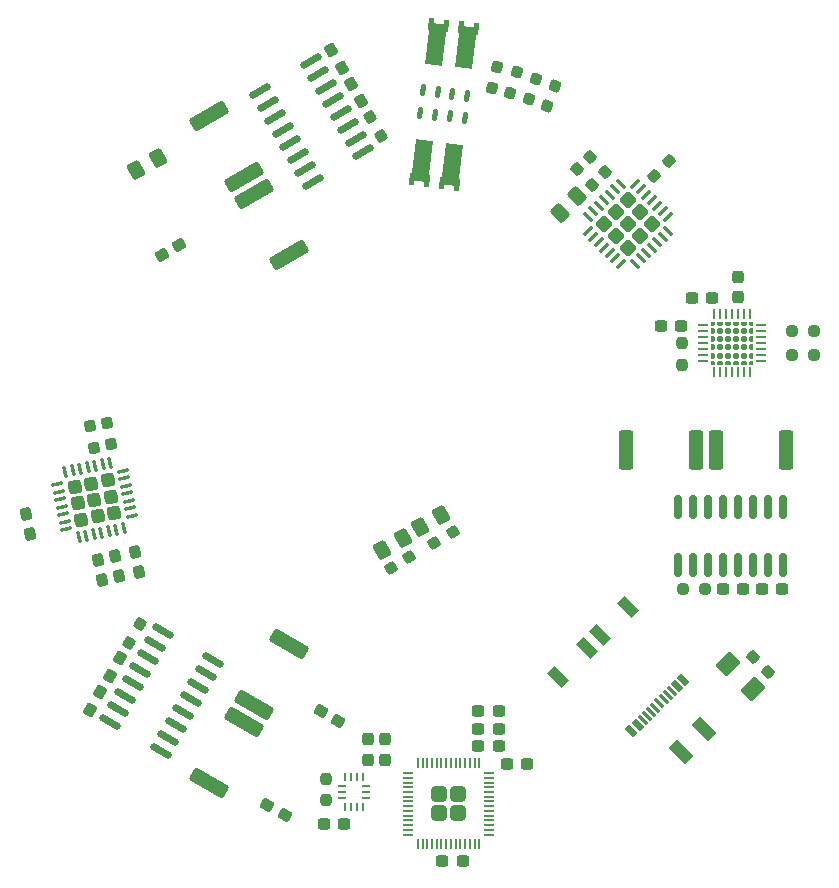
<source format=gtp>
G04 #@! TF.GenerationSoftware,KiCad,Pcbnew,8.0.1-rc1*
G04 #@! TF.CreationDate,2024-04-12T00:39:34-07:00*
G04 #@! TF.ProjectId,Toolhead Board,546f6f6c-6865-4616-9420-426f6172642e,1*
G04 #@! TF.SameCoordinates,Original*
G04 #@! TF.FileFunction,Paste,Top*
G04 #@! TF.FilePolarity,Positive*
%FSLAX46Y46*%
G04 Gerber Fmt 4.6, Leading zero omitted, Abs format (unit mm)*
G04 Created by KiCad (PCBNEW 8.0.1-rc1) date 2024-04-12 00:39:34*
%MOMM*%
%LPD*%
G01*
G04 APERTURE LIST*
G04 Aperture macros list*
%AMRoundRect*
0 Rectangle with rounded corners*
0 $1 Rounding radius*
0 $2 $3 $4 $5 $6 $7 $8 $9 X,Y pos of 4 corners*
0 Add a 4 corners polygon primitive as box body*
4,1,4,$2,$3,$4,$5,$6,$7,$8,$9,$2,$3,0*
0 Add four circle primitives for the rounded corners*
1,1,$1+$1,$2,$3*
1,1,$1+$1,$4,$5*
1,1,$1+$1,$6,$7*
1,1,$1+$1,$8,$9*
0 Add four rect primitives between the rounded corners*
20,1,$1+$1,$2,$3,$4,$5,0*
20,1,$1+$1,$4,$5,$6,$7,0*
20,1,$1+$1,$6,$7,$8,$9,0*
20,1,$1+$1,$8,$9,$2,$3,0*%
%AMRotRect*
0 Rectangle, with rotation*
0 The origin of the aperture is its center*
0 $1 length*
0 $2 width*
0 $3 Rotation angle, in degrees counterclockwise*
0 Add horizontal line*
21,1,$1,$2,0,0,$3*%
%AMFreePoly0*
4,1,21,0.512500,-0.225000,0.095943,-0.225000,0.097197,-1.050000,0.510000,-1.050000,0.510001,-1.500000,-0.515000,-1.500000,-0.515000,-1.347986,-3.302500,-1.349600,-3.322009,-1.347679,-3.358057,-1.332747,-3.385647,-1.305157,-3.400579,-1.269109,-3.402500,-0.005000,-3.400579,0.014509,-3.385647,0.050557,-3.358057,0.078147,-3.322009,0.093079,-0.512500,0.094704,-0.512500,0.225000,0.512500,0.225000,
0.512500,-0.225000,0.512500,-0.225000,$1*%
%AMFreePoly1*
4,1,19,0.152013,0.173193,0.186792,0.125324,0.191478,0.095739,0.191478,0.038978,0.173193,-0.017296,0.163437,-0.028720,0.028720,-0.163437,-0.024001,-0.190299,-0.038978,-0.191478,-0.095739,-0.191478,-0.152013,-0.173193,-0.186792,-0.125324,-0.191478,-0.095739,-0.191478,0.095739,-0.173193,0.152013,-0.125324,0.186792,-0.095739,0.191478,0.095739,0.191478,0.152013,0.173193,0.152013,0.173193,
$1*%
%AMFreePoly2*
4,1,21,0.039096,0.263894,0.050520,0.254137,0.163437,0.141219,0.190299,0.088498,0.191478,0.073522,0.191478,-0.073522,0.173193,-0.129796,0.163437,-0.141219,0.050520,-0.254137,-0.002201,-0.281000,-0.017178,-0.282179,-0.095739,-0.282179,-0.152013,-0.263894,-0.186792,-0.216025,-0.191478,-0.186440,-0.191478,0.186440,-0.173193,0.242714,-0.125324,0.277493,-0.095739,0.282179,-0.017178,0.282179,
0.039096,0.263894,0.039096,0.263894,$1*%
%AMFreePoly3*
4,1,19,0.017296,0.173193,0.028720,0.163437,0.163437,0.028720,0.190299,-0.024001,0.191478,-0.038978,0.191478,-0.095739,0.173193,-0.152013,0.125324,-0.186792,0.095739,-0.191478,-0.095739,-0.191478,-0.152013,-0.173193,-0.186792,-0.125324,-0.191478,-0.095739,-0.191478,0.095739,-0.173193,0.152013,-0.125324,0.186792,-0.095739,0.191478,-0.038978,0.191478,0.017296,0.173193,0.017296,0.173193,
$1*%
%AMFreePoly4*
4,1,21,0.242714,0.173193,0.277493,0.125324,0.282179,0.095739,0.282179,0.017178,0.263894,-0.039096,0.254137,-0.050520,0.141219,-0.163437,0.088498,-0.190299,0.073522,-0.191478,-0.073522,-0.191478,-0.129796,-0.173193,-0.141219,-0.163437,-0.254137,-0.050520,-0.281000,0.002201,-0.282179,0.017178,-0.282179,0.095739,-0.263894,0.152013,-0.216025,0.186792,-0.186440,0.191478,0.186440,0.191478,
0.242714,0.173193,0.242714,0.173193,$1*%
%AMFreePoly5*
4,1,25,0.153044,0.262299,0.165464,0.251692,0.251692,0.165464,0.280897,0.108147,0.282178,0.091864,0.282178,-0.091864,0.262299,-0.153044,0.251692,-0.165464,0.165464,-0.251692,0.108147,-0.280897,0.091864,-0.282178,-0.091864,-0.282178,-0.153044,-0.262299,-0.165464,-0.251692,-0.251692,-0.165464,-0.280897,-0.108147,-0.282178,-0.091864,-0.282178,0.091864,-0.262299,0.153044,-0.251692,0.165464,
-0.165464,0.251692,-0.108147,0.280897,-0.091864,0.282178,0.091864,0.282178,0.153044,0.262299,0.153044,0.262299,$1*%
%AMFreePoly6*
4,1,21,0.129796,0.173193,0.141219,0.163437,0.254137,0.050520,0.281000,-0.002201,0.282179,-0.017178,0.282179,-0.095739,0.263894,-0.152013,0.216025,-0.186792,0.186440,-0.191478,-0.186440,-0.191478,-0.242714,-0.173193,-0.277493,-0.125324,-0.282179,-0.095739,-0.282179,-0.017178,-0.263894,0.039096,-0.254137,0.050520,-0.141219,0.163437,-0.088498,0.190299,-0.073522,0.191478,0.073522,0.191478,
0.129796,0.173193,0.129796,0.173193,$1*%
%AMFreePoly7*
4,1,19,0.152013,0.173193,0.186792,0.125324,0.191478,0.095739,0.191478,-0.095739,0.173193,-0.152013,0.125324,-0.186792,0.095739,-0.191478,0.038978,-0.191478,-0.017296,-0.173193,-0.028720,-0.163437,-0.163437,-0.028720,-0.190299,0.024001,-0.191478,0.038978,-0.191478,0.095739,-0.173193,0.152013,-0.125324,0.186792,-0.095739,0.191478,0.095739,0.191478,0.152013,0.173193,0.152013,0.173193,
$1*%
%AMFreePoly8*
4,1,21,0.152013,0.263894,0.186792,0.216025,0.191478,0.186440,0.191478,-0.186440,0.173193,-0.242714,0.125324,-0.277493,0.095739,-0.282179,0.017178,-0.282179,-0.039096,-0.263894,-0.050520,-0.254137,-0.163437,-0.141219,-0.190299,-0.088498,-0.191478,-0.073522,-0.191478,0.073522,-0.173193,0.129796,-0.163437,0.141219,-0.050520,0.254137,0.002201,0.281000,0.017178,0.282179,0.095739,0.282179,
0.152013,0.263894,0.152013,0.263894,$1*%
%AMFreePoly9*
4,1,19,0.152013,0.173193,0.186792,0.125324,0.191478,0.095739,0.191478,-0.095739,0.173193,-0.152013,0.125324,-0.186792,0.095739,-0.191478,-0.095739,-0.191478,-0.152013,-0.173193,-0.186792,-0.125324,-0.191478,-0.095739,-0.191478,-0.038978,-0.173193,0.017296,-0.163437,0.028720,-0.028720,0.163437,0.024001,0.190299,0.038978,0.191478,0.095739,0.191478,0.152013,0.173193,0.152013,0.173193,
$1*%
G04 Aperture macros list end*
%ADD10RoundRect,0.237500X-0.237500X0.300000X-0.237500X-0.300000X0.237500X-0.300000X0.237500X0.300000X0*%
%ADD11RoundRect,0.237500X0.141058X0.355681X-0.378558X0.055681X-0.141058X-0.355681X0.378558X-0.055681X0*%
%ADD12RoundRect,0.237500X-0.378558X-0.055681X0.141058X-0.355681X0.378558X0.055681X-0.141058X0.355681X0*%
%ADD13RoundRect,0.237500X0.300000X0.237500X-0.300000X0.237500X-0.300000X-0.237500X0.300000X-0.237500X0*%
%ADD14RoundRect,0.250000X1.052836X-1.026434X1.415336X-0.398566X-1.052836X1.026434X-1.415336X0.398566X0*%
%ADD15RoundRect,0.250000X0.097227X-0.574524X0.574524X-0.097227X-0.097227X0.574524X-0.574524X0.097227X0*%
%ADD16RotRect,1.000000X2.000000X45.000000*%
%ADD17RotRect,0.520000X1.000000X45.000000*%
%ADD18RotRect,0.270000X1.000000X45.000000*%
%ADD19RoundRect,0.250000X-0.054784X-0.580112X0.529784X-0.242612X0.054784X0.580112X-0.529784X0.242612X0*%
%ADD20RoundRect,0.237500X0.292542X-0.246628X0.172922X0.341327X-0.292542X0.246628X-0.172922X-0.341327X0*%
%ADD21RoundRect,0.237500X-0.300000X-0.237500X0.300000X-0.237500X0.300000X0.237500X-0.300000X0.237500X0*%
%ADD22RoundRect,0.237500X-0.292542X0.246628X-0.172922X-0.341327X0.292542X-0.246628X0.172922X0.341327X0*%
%ADD23RoundRect,0.250000X0.000000X-0.452548X0.452548X0.000000X0.000000X0.452548X-0.452548X0.000000X0*%
%ADD24RoundRect,0.075000X-0.256326X-0.362392X0.362392X0.256326X0.256326X0.362392X-0.362392X-0.256326X0*%
%ADD25RoundRect,0.075000X0.256326X-0.362392X0.362392X-0.256326X-0.256326X0.362392X-0.362392X0.256326X0*%
%ADD26RoundRect,0.237500X-0.097756X-0.330681X0.335256X-0.080681X0.097756X0.330681X-0.335256X0.080681X0*%
%ADD27RoundRect,0.237500X-0.250000X-0.237500X0.250000X-0.237500X0.250000X0.237500X-0.250000X0.237500X0*%
%ADD28RoundRect,0.237500X-0.282574X0.197631X-0.182890X-0.292331X0.282574X-0.197631X0.182890X0.292331X0*%
%ADD29RoundRect,0.112500X-0.062914X0.410729X-0.160409X-0.383308X0.062914X-0.410729X0.160409X0.383308X0*%
%ADD30FreePoly0,263.000000*%
%ADD31RoundRect,0.150000X0.639471X0.542404X-0.789471X-0.282596X-0.639471X-0.542404X0.789471X0.282596X0*%
%ADD32RoundRect,0.250001X-0.768977X-0.114905X-0.114905X-0.768977X0.768977X0.114905X0.114905X0.768977X0*%
%ADD33RoundRect,0.150000X0.150000X-0.825000X0.150000X0.825000X-0.150000X0.825000X-0.150000X-0.825000X0*%
%ADD34RoundRect,0.112500X0.062914X-0.410729X0.160409X0.383308X-0.062914X0.410729X-0.160409X-0.383308X0*%
%ADD35FreePoly0,83.000000*%
%ADD36RoundRect,0.250000X-1.415336X-0.398566X-1.052836X-1.026434X1.415336X0.398566X1.052836X1.026434X0*%
%ADD37RoundRect,0.237500X0.154029X-0.308514X0.300215X0.169638X-0.154029X0.308514X-0.300215X-0.169638X0*%
%ADD38RotRect,0.900000X1.700000X225.000000*%
%ADD39RoundRect,0.237500X0.330681X-0.097756X0.080681X0.335256X-0.330681X0.097756X-0.080681X-0.335256X0*%
%ADD40RoundRect,0.250000X0.362500X1.425000X-0.362500X1.425000X-0.362500X-1.425000X0.362500X-1.425000X0*%
%ADD41RoundRect,0.237500X0.055681X-0.378558X0.355681X0.141058X-0.055681X0.378558X-0.355681X-0.141058X0*%
%ADD42RoundRect,0.237500X0.137672X-0.316153X0.308682X0.153693X-0.137672X0.316153X-0.308682X-0.153693X0*%
%ADD43RoundRect,0.237500X-0.237500X0.250000X-0.237500X-0.250000X0.237500X-0.250000X0.237500X0.250000X0*%
%ADD44RoundRect,0.237500X-0.344715X0.008839X0.008839X-0.344715X0.344715X-0.008839X-0.008839X0.344715X0*%
%ADD45RoundRect,0.237500X0.282574X-0.197631X0.182890X0.292331X-0.282574X0.197631X-0.182890X-0.292331X0*%
%ADD46RoundRect,0.237500X0.237500X-0.250000X0.237500X0.250000X-0.237500X0.250000X-0.237500X-0.250000X0*%
%ADD47RoundRect,0.237500X0.008839X0.344715X-0.344715X-0.008839X-0.008839X-0.344715X0.344715X0.008839X0*%
%ADD48R,0.250000X0.675000*%
%ADD49R,0.675000X0.250000*%
%ADD50RotRect,0.900000X1.700000X45.000000*%
%ADD51RoundRect,0.237500X-0.355681X0.141058X-0.055681X-0.378558X0.355681X-0.141058X0.055681X0.378558X0*%
%ADD52RoundRect,0.237500X0.120937X-0.322925X0.316303X0.137328X-0.120937X0.322925X-0.316303X-0.137328X0*%
%ADD53FreePoly1,270.000000*%
%ADD54FreePoly2,270.000000*%
%ADD55FreePoly3,270.000000*%
%ADD56FreePoly4,270.000000*%
%ADD57FreePoly5,270.000000*%
%ADD58FreePoly6,270.000000*%
%ADD59FreePoly7,270.000000*%
%ADD60FreePoly8,270.000000*%
%ADD61FreePoly9,270.000000*%
%ADD62RoundRect,0.062500X-0.062500X0.325000X-0.062500X-0.325000X0.062500X-0.325000X0.062500X0.325000X0*%
%ADD63RoundRect,0.062500X-0.325000X0.062500X-0.325000X-0.062500X0.325000X-0.062500X0.325000X0.062500X0*%
%ADD64RoundRect,0.250000X0.054784X0.580112X-0.529784X0.242612X-0.054784X-0.580112X0.529784X-0.242612X0*%
%ADD65RoundRect,0.250000X-0.377374X0.249778X-0.249778X-0.377374X0.377374X-0.249778X0.249778X0.377374X0*%
%ADD66RoundRect,0.075000X-0.160718X0.413764X0.013729X-0.443670X0.160718X-0.413764X-0.013729X0.443670X0*%
%ADD67RoundRect,0.075000X-0.443670X-0.013729X-0.413764X-0.160718X0.443670X0.013729X0.413764X0.160718X0*%
%ADD68RoundRect,0.237500X-0.080681X0.335256X-0.330681X-0.097756X0.080681X-0.335256X0.330681X0.097756X0*%
%ADD69RoundRect,0.150000X-0.789471X0.282596X0.639471X-0.542404X0.789471X-0.282596X-0.639471X0.542404X0*%
%ADD70RoundRect,0.237500X0.250000X0.237500X-0.250000X0.237500X-0.250000X-0.237500X0.250000X-0.237500X0*%
%ADD71RoundRect,0.237500X0.097756X0.330681X-0.335256X0.080681X-0.097756X-0.330681X0.335256X-0.080681X0*%
%ADD72RoundRect,0.237500X0.355681X-0.141058X0.055681X0.378558X-0.355681X0.141058X-0.055681X-0.378558X0*%
%ADD73RoundRect,0.249999X-0.395001X-0.395001X0.395001X-0.395001X0.395001X0.395001X-0.395001X0.395001X0*%
%ADD74RoundRect,0.050000X-0.387500X-0.050000X0.387500X-0.050000X0.387500X0.050000X-0.387500X0.050000X0*%
%ADD75RoundRect,0.050000X-0.050000X-0.387500X0.050000X-0.387500X0.050000X0.387500X-0.050000X0.387500X0*%
%ADD76RoundRect,0.237500X0.169965X-0.300030X0.290926X0.185117X-0.169965X0.300030X-0.290926X-0.185117X0*%
%ADD77RoundRect,0.237500X0.344715X-0.008839X-0.008839X0.344715X-0.344715X0.008839X0.008839X-0.344715X0*%
%ADD78RoundRect,0.237500X-0.055681X0.378558X-0.355681X-0.141058X0.055681X-0.378558X0.355681X0.141058X0*%
G04 APERTURE END LIST*
D10*
X72160000Y-99527500D03*
X72160000Y-101252500D03*
D11*
X56206947Y-57668750D03*
X54713053Y-58531250D03*
D12*
X68173053Y-97148750D03*
X69666947Y-98011250D03*
D13*
X83237500Y-100125000D03*
X81512500Y-100125000D03*
X83237500Y-98650000D03*
X81512500Y-98650000D03*
D14*
X62518750Y-96618159D03*
X65481250Y-91486959D03*
D15*
X88428724Y-54981277D03*
X89895970Y-53514031D03*
D14*
X58693750Y-103243253D03*
X61656250Y-98112053D03*
D16*
X98652722Y-100632621D03*
X100632621Y-98652722D03*
D17*
X94480792Y-98864854D03*
X95011122Y-98334524D03*
D18*
X95435386Y-97910260D03*
X96496047Y-96849600D03*
X97203153Y-96142493D03*
X97910260Y-95435386D03*
D17*
X98334524Y-95011122D03*
X98864854Y-94480792D03*
X98864854Y-94480792D03*
X98334524Y-95011122D03*
D18*
X97556707Y-95788940D03*
X96849600Y-96496047D03*
X96142493Y-97203153D03*
X95788940Y-97556707D03*
D17*
X95011122Y-98334524D03*
X94480792Y-98864854D03*
D19*
X52581499Y-51368750D03*
X54378501Y-50331250D03*
D20*
X51097315Y-85736620D03*
X50753405Y-84046250D03*
D21*
X83937500Y-101600000D03*
X85662500Y-101600000D03*
D22*
X49322715Y-84337327D03*
X49666625Y-86027697D03*
D23*
X92191817Y-55899998D03*
X93195908Y-56904090D03*
X94200000Y-57908181D03*
X93195908Y-54895906D03*
X94200000Y-55899998D03*
X95204092Y-56904090D03*
X94200000Y-53891815D03*
X95204092Y-54895906D03*
X96208183Y-55899998D03*
D24*
X90814726Y-56527555D03*
X91274346Y-56987175D03*
X91733965Y-57446794D03*
X92193585Y-57906413D03*
X92653204Y-58366033D03*
X93112823Y-58825652D03*
X93572443Y-59285272D03*
D25*
X94827557Y-59285272D03*
X95287177Y-58825652D03*
X95746796Y-58366033D03*
X96206415Y-57906413D03*
X96666035Y-57446794D03*
X97125654Y-56987175D03*
X97585274Y-56527555D03*
D24*
X97585274Y-55272441D03*
X97125654Y-54812821D03*
X96666035Y-54353202D03*
X96206415Y-53893583D03*
X95746796Y-53433963D03*
X95287177Y-52974344D03*
X94827557Y-52514724D03*
D25*
X93572443Y-52514724D03*
X93112823Y-52974344D03*
X92653204Y-53433963D03*
X92193585Y-53893583D03*
X91733965Y-54353202D03*
X91274346Y-54812821D03*
X90814726Y-55272441D03*
D21*
X102227500Y-86790000D03*
X103952500Y-86790000D03*
D26*
X74099752Y-85026250D03*
X75680248Y-84113750D03*
D27*
X108087500Y-65000000D03*
X109912500Y-65000000D03*
D19*
X73331499Y-83488750D03*
X75128501Y-82451250D03*
D28*
X50088364Y-72752104D03*
X50452210Y-74540466D03*
D29*
X80365273Y-46955811D03*
X79104739Y-46801037D03*
X77844205Y-46646263D03*
X76583672Y-46491489D03*
D30*
X77152597Y-52278963D03*
X79678322Y-52591602D03*
D31*
X71793879Y-49836836D03*
X71158879Y-48736984D03*
X70523879Y-47637131D03*
X69888879Y-46537279D03*
X69253879Y-45437427D03*
X68618879Y-44337575D03*
X67983879Y-43237722D03*
X67348879Y-42137870D03*
X63062053Y-44612870D03*
X63697053Y-45712722D03*
X64332053Y-46812575D03*
X64967053Y-47912427D03*
X65602053Y-49012279D03*
X66237053Y-50112131D03*
X66872053Y-51211984D03*
X67507053Y-52311836D03*
D32*
X102698179Y-93148179D03*
X104801821Y-95251821D03*
D20*
X52772986Y-85395700D03*
X52429076Y-83705330D03*
D33*
X98395000Y-84805000D03*
X99665000Y-84805000D03*
X100935000Y-84805000D03*
X102205000Y-84805000D03*
X103475000Y-84805000D03*
X104745000Y-84805000D03*
X106015000Y-84805000D03*
X107285000Y-84805000D03*
X107285000Y-79855000D03*
X106015000Y-79855000D03*
X104745000Y-79855000D03*
X103475000Y-79855000D03*
X102205000Y-79855000D03*
X100935000Y-79855000D03*
X99665000Y-79855000D03*
X98395000Y-79855000D03*
D34*
X76815552Y-44582030D03*
X78076086Y-44736804D03*
X79336620Y-44891578D03*
X80597153Y-45046352D03*
D35*
X80028228Y-39258878D03*
X77502503Y-38946239D03*
D36*
X58693750Y-46756747D03*
X61656250Y-51887947D03*
D20*
X43591782Y-82151000D03*
X43247872Y-80460630D03*
D37*
X84235291Y-44792723D03*
X84768869Y-43047467D03*
D38*
X90697771Y-91829141D03*
X88293607Y-94233305D03*
D39*
X73271690Y-48426480D03*
X72359190Y-46845984D03*
D40*
X107612500Y-75000000D03*
X101687500Y-75000000D03*
D41*
X48663311Y-97036484D03*
X49525811Y-95542590D03*
D42*
X85803562Y-45317460D03*
X86427748Y-43602520D03*
D21*
X96967500Y-64540000D03*
X98692500Y-64540000D03*
D43*
X68650000Y-102887500D03*
X68650000Y-104712500D03*
D36*
X62518751Y-53381841D03*
X65481251Y-58513041D03*
D44*
X90956145Y-50216629D03*
X92246615Y-51507099D03*
D45*
X49021520Y-74831544D03*
X48657674Y-73043182D03*
D46*
X98750000Y-67832500D03*
X98750000Y-66007500D03*
D40*
X99962500Y-75000000D03*
X94037500Y-75000000D03*
D47*
X97695235Y-50554765D03*
X96404765Y-51845235D03*
D48*
X71750000Y-102737500D03*
X71250000Y-102737500D03*
X70750000Y-102737500D03*
X70250000Y-102737500D03*
D49*
X69987500Y-103500000D03*
X69987500Y-104000000D03*
X69987500Y-104500000D03*
D48*
X70250000Y-105262500D03*
X70750000Y-105262500D03*
X71250000Y-105262500D03*
X71750000Y-105262500D03*
D49*
X72012500Y-104500000D03*
X72012500Y-104000000D03*
X72012500Y-103500000D03*
D50*
X91829141Y-90697771D03*
X94233305Y-88293607D03*
D12*
X63643053Y-105058750D03*
X65136947Y-105921250D03*
D51*
X69084189Y-41173516D03*
X69946689Y-42667410D03*
D52*
X87342220Y-45923552D03*
X88055304Y-44243630D03*
D53*
X104637500Y-64362500D03*
D54*
X104050000Y-64362500D03*
X103350000Y-64362500D03*
X102650000Y-64362500D03*
X101950000Y-64362500D03*
D55*
X101362500Y-64362500D03*
D56*
X104637500Y-64950000D03*
D57*
X104050000Y-64950000D03*
X103350000Y-64950000D03*
X102650000Y-64950000D03*
X101950000Y-64950000D03*
D58*
X101362500Y-64950000D03*
D56*
X104637500Y-65650000D03*
D57*
X104050000Y-65650000D03*
X103350000Y-65650000D03*
X102650000Y-65650000D03*
X101950000Y-65650000D03*
D58*
X101362500Y-65650000D03*
D56*
X104637500Y-66350000D03*
D57*
X104050000Y-66350000D03*
X103350000Y-66350000D03*
X102650000Y-66350000D03*
X101950000Y-66350000D03*
D58*
X101362500Y-66350000D03*
D56*
X104637500Y-67050000D03*
D57*
X104050000Y-67050000D03*
X103350000Y-67050000D03*
X102650000Y-67050000D03*
X101950000Y-67050000D03*
D58*
X101362500Y-67050000D03*
D59*
X104637500Y-67637500D03*
D60*
X104050000Y-67637500D03*
X103350000Y-67637500D03*
X102650000Y-67637500D03*
X101950000Y-67637500D03*
D61*
X101362500Y-67637500D03*
D62*
X104500000Y-63537500D03*
X104000000Y-63537500D03*
X103500000Y-63537500D03*
X103000000Y-63537500D03*
X102500000Y-63537500D03*
X102000000Y-63537500D03*
X101500000Y-63537500D03*
D63*
X100537500Y-64500000D03*
X100537500Y-65000000D03*
X100537500Y-65500000D03*
X100537500Y-66000000D03*
X100537500Y-66500000D03*
X100537500Y-67000000D03*
X100537500Y-67500000D03*
D62*
X101500000Y-68462500D03*
X102000000Y-68462500D03*
X102500000Y-68462500D03*
X103000000Y-68462500D03*
X103500000Y-68462500D03*
X104000000Y-68462500D03*
X104500000Y-68462500D03*
D63*
X105462500Y-67500000D03*
X105462500Y-67000000D03*
X105462500Y-66500000D03*
X105462500Y-66000000D03*
X105462500Y-65500000D03*
X105462500Y-65000000D03*
X105462500Y-64500000D03*
D64*
X78388501Y-80561250D03*
X76591499Y-81598750D03*
D13*
X83237500Y-97175000D03*
X81512500Y-97175000D03*
D27*
X98877500Y-86790000D03*
X100702500Y-86790000D03*
D65*
X50128391Y-77605404D03*
X48736898Y-77888507D03*
X47345404Y-78171609D03*
X50411493Y-78996898D03*
X49020000Y-79280000D03*
X47628507Y-79563102D03*
X50694596Y-80388391D03*
X49303102Y-80671493D03*
X47911609Y-80954596D03*
D66*
X50365147Y-76110696D03*
X49728196Y-76240285D03*
X49091245Y-76369874D03*
X48454293Y-76499464D03*
X47817342Y-76629053D03*
X47180391Y-76758642D03*
X46543440Y-76888231D03*
D67*
X45850696Y-77934853D03*
X45980285Y-78571804D03*
X46109874Y-79208755D03*
X46239464Y-79845707D03*
X46369053Y-80482658D03*
X46498642Y-81119609D03*
X46628231Y-81756560D03*
D66*
X47674853Y-82449304D03*
X48311804Y-82319715D03*
X48948755Y-82190126D03*
X49585707Y-82060536D03*
X50222658Y-81930947D03*
X50859609Y-81801358D03*
X51496560Y-81671769D03*
D67*
X52189304Y-80625147D03*
X52059715Y-79988196D03*
X51930126Y-79351245D03*
X51800536Y-78714293D03*
X51670947Y-78077342D03*
X51541358Y-77440391D03*
X51411769Y-76803440D03*
D68*
X52850811Y-89783521D03*
X51938311Y-91364017D03*
D13*
X70142500Y-106690000D03*
X68417500Y-106690000D03*
D10*
X73620000Y-99527500D03*
X73620000Y-101252500D03*
D44*
X89895487Y-51277288D03*
X91185957Y-52567758D03*
D69*
X54811121Y-90358164D03*
X54176121Y-91458016D03*
X53541121Y-92557869D03*
X52906121Y-93657721D03*
X52271121Y-94757573D03*
X51636121Y-95857425D03*
X51001121Y-96957278D03*
X50366121Y-98057130D03*
X54652947Y-100532130D03*
X55287947Y-99432278D03*
X55922947Y-98332425D03*
X56557947Y-97232573D03*
X57192947Y-96132721D03*
X57827947Y-95032869D03*
X58462947Y-93933016D03*
X59097947Y-92833164D03*
D21*
X78467500Y-109860000D03*
X80192500Y-109860000D03*
D70*
X109912500Y-67000000D03*
X108087500Y-67000000D03*
D71*
X79350248Y-81993750D03*
X77769752Y-82906250D03*
D13*
X107252500Y-86790000D03*
X105527500Y-86790000D03*
D72*
X71596690Y-45525295D03*
X70734190Y-44031401D03*
D73*
X78200000Y-104200000D03*
X78200000Y-105800000D03*
X79800000Y-104200000D03*
X79800000Y-105800000D03*
D74*
X75562500Y-102400000D03*
X75562500Y-102800000D03*
X75562500Y-103200000D03*
X75562500Y-103600000D03*
X75562500Y-104000000D03*
X75562500Y-104400000D03*
X75562500Y-104800000D03*
X75562500Y-105200000D03*
X75562500Y-105600000D03*
X75562500Y-106000000D03*
X75562500Y-106400000D03*
X75562500Y-106800000D03*
X75562500Y-107200000D03*
X75562500Y-107600000D03*
D75*
X76400000Y-108437500D03*
X76800000Y-108437500D03*
X77200000Y-108437500D03*
X77600000Y-108437500D03*
X78000000Y-108437500D03*
X78400000Y-108437500D03*
X78800000Y-108437500D03*
X79200000Y-108437500D03*
X79600000Y-108437500D03*
X80000000Y-108437500D03*
X80400000Y-108437500D03*
X80800000Y-108437500D03*
X81200000Y-108437500D03*
X81600000Y-108437500D03*
D74*
X82437500Y-107600000D03*
X82437500Y-107200000D03*
X82437500Y-106800000D03*
X82437500Y-106400000D03*
X82437500Y-106000000D03*
X82437500Y-105600000D03*
X82437500Y-105200000D03*
X82437500Y-104800000D03*
X82437500Y-104400000D03*
X82437500Y-104000000D03*
X82437500Y-103600000D03*
X82437500Y-103200000D03*
X82437500Y-102800000D03*
X82437500Y-102400000D03*
D75*
X81600000Y-101562500D03*
X81200000Y-101562500D03*
X80800000Y-101562500D03*
X80400000Y-101562500D03*
X80000000Y-101562500D03*
X79600000Y-101562500D03*
X79200000Y-101562500D03*
X78800000Y-101562500D03*
X78400000Y-101562500D03*
X78000000Y-101562500D03*
X77600000Y-101562500D03*
X77200000Y-101562500D03*
X76800000Y-101562500D03*
X76400000Y-101562500D03*
D76*
X82641708Y-44350783D03*
X83083216Y-42579993D03*
D10*
X103520000Y-60377500D03*
X103520000Y-62102500D03*
D77*
X106045235Y-93845235D03*
X104754765Y-92554765D03*
D21*
X99587500Y-62160000D03*
X101312500Y-62160000D03*
D78*
X51175811Y-92684706D03*
X50313311Y-94178600D03*
M02*

</source>
